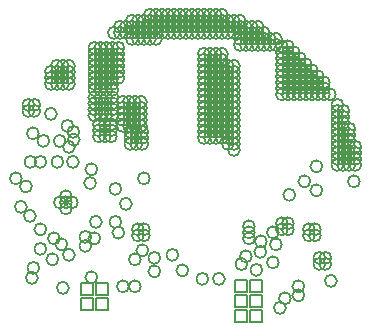
<source format=gbr>
G04 Layer_Color=2752767*
%FSLAX25Y25*%
%MOIN*%
%TF.FileFunction,Drawing*%
%TF.Part,Single*%
G01*
G75*
%ADD63C,0.00500*%
%ADD130C,0.00667*%
D63*
X363000Y288000D02*
Y292000D01*
X367000D01*
Y288000D01*
X363000D01*
Y283000D02*
Y287000D01*
X367000D01*
Y283000D01*
X363000D01*
X358000Y288000D02*
Y292000D01*
X362000D01*
Y288000D01*
X358000D01*
Y283000D02*
Y287000D01*
X362000D01*
Y283000D01*
X358000D01*
X414500Y279000D02*
Y283000D01*
X418500D01*
Y279000D01*
X414500D01*
X409500D02*
Y283000D01*
X413500D01*
Y279000D01*
X409500D01*
X414500Y284000D02*
Y288000D01*
X418500D01*
Y284000D01*
X414500D01*
X409500D02*
Y288000D01*
X413500D01*
Y284000D01*
X409500D01*
X414500Y289000D02*
Y293000D01*
X418500D01*
Y289000D01*
X414500D01*
X409500D02*
Y293000D01*
X413500D01*
Y289000D01*
X409500D01*
D130*
X411000Y336500D02*
G03*
X411000Y336500I-2000J0D01*
G01*
Y338500D02*
G03*
X411000Y338500I-2000J0D01*
G01*
X409000D02*
G03*
X409000Y338500I-2000J0D01*
G01*
X347500Y339500D02*
G03*
X347500Y339500I-2000J0D01*
G01*
X344000Y342000D02*
G03*
X344000Y342000I-2000J0D01*
G01*
X342500Y349500D02*
G03*
X342500Y349500I-2000J0D01*
G01*
X435000Y361000D02*
G03*
X435000Y361000I-2000J0D01*
G01*
X433000D02*
G03*
X433000Y361000I-2000J0D01*
G01*
X441000Y359000D02*
G03*
X441000Y359000I-2000J0D01*
G01*
X356000Y337500D02*
G03*
X356000Y337500I-2000J0D01*
G01*
X344500Y349500D02*
G03*
X344500Y349500I-2000J0D01*
G01*
Y351500D02*
G03*
X344500Y351500I-2000J0D01*
G01*
X342500D02*
G03*
X342500Y351500I-2000J0D01*
G01*
X363500Y330000D02*
G03*
X363500Y330000I-2000J0D01*
G01*
X376500Y338500D02*
G03*
X376500Y338500I-2000J0D01*
G01*
Y340500D02*
G03*
X376500Y340500I-2000J0D01*
G01*
Y342500D02*
G03*
X376500Y342500I-2000J0D01*
G01*
X378500Y338500D02*
G03*
X378500Y338500I-2000J0D01*
G01*
X380500D02*
G03*
X380500Y338500I-2000J0D01*
G01*
X378500Y340500D02*
G03*
X378500Y340500I-2000J0D01*
G01*
X380500D02*
G03*
X380500Y340500I-2000J0D01*
G01*
X378500Y342500D02*
G03*
X378500Y342500I-2000J0D01*
G01*
X380500D02*
G03*
X380500Y342500I-2000J0D01*
G01*
X372500Y308929D02*
G03*
X372500Y308929I-2000J0D01*
G01*
X354000Y290500D02*
G03*
X354000Y290500I-2000J0D01*
G01*
X364500Y307000D02*
G03*
X364500Y307000I-2000J0D01*
G01*
X361500Y304500D02*
G03*
X361500Y304500I-2000J0D01*
G01*
X343673Y293827D02*
G03*
X343673Y293827I-2000J0D01*
G01*
X344173Y297173D02*
G03*
X344173Y297173I-2000J0D01*
G01*
X371500Y312500D02*
G03*
X371500Y312500I-2000J0D01*
G01*
X350500Y300000D02*
G03*
X350500Y300000I-2000J0D01*
G01*
X346500Y303500D02*
G03*
X346500Y303500I-2000J0D01*
G01*
X353500Y305000D02*
G03*
X353500Y305000I-2000J0D01*
G01*
X365000Y312500D02*
G03*
X365000Y312500I-2000J0D01*
G01*
X429000Y310000D02*
G03*
X429000Y310000I-2000J0D01*
G01*
X425000Y305000D02*
G03*
X425000Y305000I-2000J0D01*
G01*
X424000Y299000D02*
G03*
X424000Y299000I-2000J0D01*
G01*
X419827Y302500D02*
G03*
X419827Y302500I-2000J0D01*
G01*
X438000Y310000D02*
G03*
X438000Y310000I-2000J0D01*
G01*
Y308000D02*
G03*
X438000Y308000I-2000J0D01*
G01*
X401000Y368500D02*
G03*
X401000Y368500I-2000J0D01*
G01*
X403000D02*
G03*
X403000Y368500I-2000J0D01*
G01*
Y366500D02*
G03*
X403000Y366500I-2000J0D01*
G01*
X401000D02*
G03*
X401000Y366500I-2000J0D01*
G01*
Y364500D02*
G03*
X401000Y364500I-2000J0D01*
G01*
X403000D02*
G03*
X403000Y364500I-2000J0D01*
G01*
Y362500D02*
G03*
X403000Y362500I-2000J0D01*
G01*
X401000D02*
G03*
X401000Y362500I-2000J0D01*
G01*
Y360500D02*
G03*
X401000Y360500I-2000J0D01*
G01*
X403000D02*
G03*
X403000Y360500I-2000J0D01*
G01*
X405000D02*
G03*
X405000Y360500I-2000J0D01*
G01*
Y362500D02*
G03*
X405000Y362500I-2000J0D01*
G01*
Y364500D02*
G03*
X405000Y364500I-2000J0D01*
G01*
Y366500D02*
G03*
X405000Y366500I-2000J0D01*
G01*
Y368500D02*
G03*
X405000Y368500I-2000J0D01*
G01*
X407000D02*
G03*
X407000Y368500I-2000J0D01*
G01*
Y366500D02*
G03*
X407000Y366500I-2000J0D01*
G01*
Y364500D02*
G03*
X407000Y364500I-2000J0D01*
G01*
Y362500D02*
G03*
X407000Y362500I-2000J0D01*
G01*
Y360500D02*
G03*
X407000Y360500I-2000J0D01*
G01*
X409000D02*
G03*
X409000Y360500I-2000J0D01*
G01*
Y362500D02*
G03*
X409000Y362500I-2000J0D01*
G01*
Y364500D02*
G03*
X409000Y364500I-2000J0D01*
G01*
X411000D02*
G03*
X411000Y364500I-2000J0D01*
G01*
Y362500D02*
G03*
X411000Y362500I-2000J0D01*
G01*
Y360500D02*
G03*
X411000Y360500I-2000J0D01*
G01*
Y358500D02*
G03*
X411000Y358500I-2000J0D01*
G01*
X409000D02*
G03*
X409000Y358500I-2000J0D01*
G01*
X407000D02*
G03*
X407000Y358500I-2000J0D01*
G01*
X405000D02*
G03*
X405000Y358500I-2000J0D01*
G01*
X403000D02*
G03*
X403000Y358500I-2000J0D01*
G01*
X401000D02*
G03*
X401000Y358500I-2000J0D01*
G01*
X363500Y294000D02*
G03*
X363500Y294000I-2000J0D01*
G01*
X374000Y291000D02*
G03*
X374000Y291000I-2000J0D01*
G01*
X343000Y314500D02*
G03*
X343000Y314500I-2000J0D01*
G01*
X451500Y337500D02*
G03*
X451500Y337500I-2000J0D01*
G01*
X435000Y359000D02*
G03*
X435000Y359000I-2000J0D01*
G01*
X433000D02*
G03*
X433000Y359000I-2000J0D01*
G01*
X427000D02*
G03*
X427000Y359000I-2000J0D01*
G01*
Y361000D02*
G03*
X427000Y361000I-2000J0D01*
G01*
Y367000D02*
G03*
X427000Y367000I-2000J0D01*
G01*
Y369000D02*
G03*
X427000Y369000I-2000J0D01*
G01*
X433000Y367000D02*
G03*
X433000Y367000I-2000J0D01*
G01*
X346500Y310000D02*
G03*
X346500Y310000I-2000J0D01*
G01*
X426327Y283827D02*
G03*
X426327Y283827I-2000J0D01*
G01*
X341673Y324327D02*
G03*
X341673Y324327I-2000J0D01*
G01*
X380000Y352500D02*
G03*
X380000Y352500I-2000J0D01*
G01*
X368500Y356500D02*
G03*
X368500Y356500I-2000J0D01*
G01*
X370500D02*
G03*
X370500Y356500I-2000J0D01*
G01*
X366500D02*
G03*
X366500Y356500I-2000J0D01*
G01*
X364500D02*
G03*
X364500Y356500I-2000J0D01*
G01*
X371000Y375500D02*
G03*
X371000Y375500I-2000J0D01*
G01*
X373000Y377500D02*
G03*
X373000Y377500I-2000J0D01*
G01*
Y375500D02*
G03*
X373000Y375500I-2000J0D01*
G01*
X377000Y373500D02*
G03*
X377000Y373500I-2000J0D01*
G01*
X379000D02*
G03*
X379000Y373500I-2000J0D01*
G01*
X381000D02*
G03*
X381000Y373500I-2000J0D01*
G01*
X383000D02*
G03*
X383000Y373500I-2000J0D01*
G01*
X385000D02*
G03*
X385000Y373500I-2000J0D01*
G01*
X451500Y335500D02*
G03*
X451500Y335500I-2000J0D01*
G01*
Y333500D02*
G03*
X451500Y333500I-2000J0D01*
G01*
Y331500D02*
G03*
X451500Y331500I-2000J0D01*
G01*
X449500Y343500D02*
G03*
X449500Y343500I-2000J0D01*
G01*
Y341500D02*
G03*
X449500Y341500I-2000J0D01*
G01*
Y339500D02*
G03*
X449500Y339500I-2000J0D01*
G01*
Y337500D02*
G03*
X449500Y337500I-2000J0D01*
G01*
Y335500D02*
G03*
X449500Y335500I-2000J0D01*
G01*
Y333500D02*
G03*
X449500Y333500I-2000J0D01*
G01*
Y331500D02*
G03*
X449500Y331500I-2000J0D01*
G01*
X445500Y347500D02*
G03*
X445500Y347500I-2000J0D01*
G01*
Y345500D02*
G03*
X445500Y345500I-2000J0D01*
G01*
Y343500D02*
G03*
X445500Y343500I-2000J0D01*
G01*
Y341500D02*
G03*
X445500Y341500I-2000J0D01*
G01*
Y339500D02*
G03*
X445500Y339500I-2000J0D01*
G01*
Y337500D02*
G03*
X445500Y337500I-2000J0D01*
G01*
Y335500D02*
G03*
X445500Y335500I-2000J0D01*
G01*
Y333500D02*
G03*
X445500Y333500I-2000J0D01*
G01*
Y331500D02*
G03*
X445500Y331500I-2000J0D01*
G01*
X447500D02*
G03*
X447500Y331500I-2000J0D01*
G01*
Y333500D02*
G03*
X447500Y333500I-2000J0D01*
G01*
Y335500D02*
G03*
X447500Y335500I-2000J0D01*
G01*
Y337500D02*
G03*
X447500Y337500I-2000J0D01*
G01*
Y339500D02*
G03*
X447500Y339500I-2000J0D01*
G01*
Y341500D02*
G03*
X447500Y341500I-2000J0D01*
G01*
Y343500D02*
G03*
X447500Y343500I-2000J0D01*
G01*
Y345500D02*
G03*
X447500Y345500I-2000J0D01*
G01*
Y347500D02*
G03*
X447500Y347500I-2000J0D01*
G01*
Y349500D02*
G03*
X447500Y349500I-2000J0D01*
G01*
X445500D02*
G03*
X445500Y349500I-2000J0D01*
G01*
Y351500D02*
G03*
X445500Y351500I-2000J0D01*
G01*
X378000Y352500D02*
G03*
X378000Y352500I-2000J0D01*
G01*
X376000D02*
G03*
X376000Y352500I-2000J0D01*
G01*
X374000D02*
G03*
X374000Y352500I-2000J0D01*
G01*
Y350500D02*
G03*
X374000Y350500I-2000J0D01*
G01*
X376000D02*
G03*
X376000Y350500I-2000J0D01*
G01*
X378000D02*
G03*
X378000Y350500I-2000J0D01*
G01*
X380000D02*
G03*
X380000Y350500I-2000J0D01*
G01*
Y348500D02*
G03*
X380000Y348500I-2000J0D01*
G01*
X378000D02*
G03*
X378000Y348500I-2000J0D01*
G01*
X376000D02*
G03*
X376000Y348500I-2000J0D01*
G01*
X374000D02*
G03*
X374000Y348500I-2000J0D01*
G01*
Y346500D02*
G03*
X374000Y346500I-2000J0D01*
G01*
X376000D02*
G03*
X376000Y346500I-2000J0D01*
G01*
X378000D02*
G03*
X378000Y346500I-2000J0D01*
G01*
X380000D02*
G03*
X380000Y346500I-2000J0D01*
G01*
Y344500D02*
G03*
X380000Y344500I-2000J0D01*
G01*
X378000D02*
G03*
X378000Y344500I-2000J0D01*
G01*
X376000D02*
G03*
X376000Y344500I-2000J0D01*
G01*
X374000D02*
G03*
X374000Y344500I-2000J0D01*
G01*
X364500Y370500D02*
G03*
X364500Y370500I-2000J0D01*
G01*
X366500D02*
G03*
X366500Y370500I-2000J0D01*
G01*
X368500D02*
G03*
X368500Y370500I-2000J0D01*
G01*
X370500D02*
G03*
X370500Y370500I-2000J0D01*
G01*
X372500D02*
G03*
X372500Y370500I-2000J0D01*
G01*
Y368500D02*
G03*
X372500Y368500I-2000J0D01*
G01*
X370500D02*
G03*
X370500Y368500I-2000J0D01*
G01*
X368500D02*
G03*
X368500Y368500I-2000J0D01*
G01*
X366500D02*
G03*
X366500Y368500I-2000J0D01*
G01*
X364500D02*
G03*
X364500Y368500I-2000J0D01*
G01*
Y366500D02*
G03*
X364500Y366500I-2000J0D01*
G01*
X366500D02*
G03*
X366500Y366500I-2000J0D01*
G01*
X368500D02*
G03*
X368500Y366500I-2000J0D01*
G01*
X370500D02*
G03*
X370500Y366500I-2000J0D01*
G01*
X372500D02*
G03*
X372500Y366500I-2000J0D01*
G01*
Y364500D02*
G03*
X372500Y364500I-2000J0D01*
G01*
X370500D02*
G03*
X370500Y364500I-2000J0D01*
G01*
X368500D02*
G03*
X368500Y364500I-2000J0D01*
G01*
X366500D02*
G03*
X366500Y364500I-2000J0D01*
G01*
X364500D02*
G03*
X364500Y364500I-2000J0D01*
G01*
Y362500D02*
G03*
X364500Y362500I-2000J0D01*
G01*
X366500D02*
G03*
X366500Y362500I-2000J0D01*
G01*
X368500D02*
G03*
X368500Y362500I-2000J0D01*
G01*
X370500D02*
G03*
X370500Y362500I-2000J0D01*
G01*
X372500D02*
G03*
X372500Y362500I-2000J0D01*
G01*
Y360500D02*
G03*
X372500Y360500I-2000J0D01*
G01*
X370500D02*
G03*
X370500Y360500I-2000J0D01*
G01*
X368500D02*
G03*
X368500Y360500I-2000J0D01*
G01*
X366500D02*
G03*
X366500Y360500I-2000J0D01*
G01*
X364500D02*
G03*
X364500Y360500I-2000J0D01*
G01*
Y358500D02*
G03*
X364500Y358500I-2000J0D01*
G01*
X366500D02*
G03*
X366500Y358500I-2000J0D01*
G01*
X368500D02*
G03*
X368500Y358500I-2000J0D01*
G01*
X370500D02*
G03*
X370500Y358500I-2000J0D01*
G01*
Y348000D02*
G03*
X370500Y348000I-2000J0D01*
G01*
X368500D02*
G03*
X368500Y348000I-2000J0D01*
G01*
X366500D02*
G03*
X366500Y348000I-2000J0D01*
G01*
X364500D02*
G03*
X364500Y348000I-2000J0D01*
G01*
Y354000D02*
G03*
X364500Y354000I-2000J0D01*
G01*
X366500D02*
G03*
X366500Y354000I-2000J0D01*
G01*
X368500D02*
G03*
X368500Y354000I-2000J0D01*
G01*
X370500D02*
G03*
X370500Y354000I-2000J0D01*
G01*
Y352000D02*
G03*
X370500Y352000I-2000J0D01*
G01*
X368500D02*
G03*
X368500Y352000I-2000J0D01*
G01*
X366500D02*
G03*
X366500Y352000I-2000J0D01*
G01*
X364500D02*
G03*
X364500Y352000I-2000J0D01*
G01*
Y350000D02*
G03*
X364500Y350000I-2000J0D01*
G01*
X366500D02*
G03*
X366500Y350000I-2000J0D01*
G01*
X368500D02*
G03*
X368500Y350000I-2000J0D01*
G01*
X370500D02*
G03*
X370500Y350000I-2000J0D01*
G01*
X387000Y381500D02*
G03*
X387000Y381500I-2000J0D01*
G01*
X385000D02*
G03*
X385000Y381500I-2000J0D01*
G01*
X387000Y379500D02*
G03*
X387000Y379500I-2000J0D01*
G01*
X385000D02*
G03*
X385000Y379500I-2000J0D01*
G01*
X389000D02*
G03*
X389000Y379500I-2000J0D01*
G01*
Y381500D02*
G03*
X389000Y381500I-2000J0D01*
G01*
X391000D02*
G03*
X391000Y381500I-2000J0D01*
G01*
Y379500D02*
G03*
X391000Y379500I-2000J0D01*
G01*
X393000D02*
G03*
X393000Y379500I-2000J0D01*
G01*
Y381500D02*
G03*
X393000Y381500I-2000J0D01*
G01*
X395000D02*
G03*
X395000Y381500I-2000J0D01*
G01*
Y379500D02*
G03*
X395000Y379500I-2000J0D01*
G01*
X383000Y381500D02*
G03*
X383000Y381500I-2000J0D01*
G01*
Y379500D02*
G03*
X383000Y379500I-2000J0D01*
G01*
X381000D02*
G03*
X381000Y379500I-2000J0D01*
G01*
Y377500D02*
G03*
X381000Y377500I-2000J0D01*
G01*
X385000D02*
G03*
X385000Y377500I-2000J0D01*
G01*
X383000D02*
G03*
X383000Y377500I-2000J0D01*
G01*
X387000D02*
G03*
X387000Y377500I-2000J0D01*
G01*
X389000D02*
G03*
X389000Y377500I-2000J0D01*
G01*
X391000D02*
G03*
X391000Y377500I-2000J0D01*
G01*
X393000D02*
G03*
X393000Y377500I-2000J0D01*
G01*
X395000D02*
G03*
X395000Y377500I-2000J0D01*
G01*
X397000Y381500D02*
G03*
X397000Y381500I-2000J0D01*
G01*
Y379500D02*
G03*
X397000Y379500I-2000J0D01*
G01*
Y377500D02*
G03*
X397000Y377500I-2000J0D01*
G01*
Y375500D02*
G03*
X397000Y375500I-2000J0D01*
G01*
X395000D02*
G03*
X395000Y375500I-2000J0D01*
G01*
X393000D02*
G03*
X393000Y375500I-2000J0D01*
G01*
X391000D02*
G03*
X391000Y375500I-2000J0D01*
G01*
X389000D02*
G03*
X389000Y375500I-2000J0D01*
G01*
X385000D02*
G03*
X385000Y375500I-2000J0D01*
G01*
X383000D02*
G03*
X383000Y375500I-2000J0D01*
G01*
X381000D02*
G03*
X381000Y375500I-2000J0D01*
G01*
X379000Y379500D02*
G03*
X379000Y379500I-2000J0D01*
G01*
Y377500D02*
G03*
X379000Y377500I-2000J0D01*
G01*
Y375500D02*
G03*
X379000Y375500I-2000J0D01*
G01*
X377000D02*
G03*
X377000Y375500I-2000J0D01*
G01*
Y377500D02*
G03*
X377000Y377500I-2000J0D01*
G01*
Y379500D02*
G03*
X377000Y379500I-2000J0D01*
G01*
X399000Y381500D02*
G03*
X399000Y381500I-2000J0D01*
G01*
Y379500D02*
G03*
X399000Y379500I-2000J0D01*
G01*
Y377500D02*
G03*
X399000Y377500I-2000J0D01*
G01*
Y375500D02*
G03*
X399000Y375500I-2000J0D01*
G01*
X401000D02*
G03*
X401000Y375500I-2000J0D01*
G01*
Y377500D02*
G03*
X401000Y377500I-2000J0D01*
G01*
Y379500D02*
G03*
X401000Y379500I-2000J0D01*
G01*
Y381500D02*
G03*
X401000Y381500I-2000J0D01*
G01*
X403000Y379500D02*
G03*
X403000Y379500I-2000J0D01*
G01*
Y377500D02*
G03*
X403000Y377500I-2000J0D01*
G01*
Y375500D02*
G03*
X403000Y375500I-2000J0D01*
G01*
X405000D02*
G03*
X405000Y375500I-2000J0D01*
G01*
Y377500D02*
G03*
X405000Y377500I-2000J0D01*
G01*
Y379500D02*
G03*
X405000Y379500I-2000J0D01*
G01*
X407000D02*
G03*
X407000Y379500I-2000J0D01*
G01*
Y377500D02*
G03*
X407000Y377500I-2000J0D01*
G01*
Y375500D02*
G03*
X407000Y375500I-2000J0D01*
G01*
X370000Y345000D02*
G03*
X370000Y345000I-2000J0D01*
G01*
X368000D02*
G03*
X368000Y345000I-2000J0D01*
G01*
X366000D02*
G03*
X366000Y345000I-2000J0D01*
G01*
Y343000D02*
G03*
X366000Y343000I-2000J0D01*
G01*
X368000D02*
G03*
X368000Y343000I-2000J0D01*
G01*
X370000D02*
G03*
X370000Y343000I-2000J0D01*
G01*
Y341000D02*
G03*
X370000Y341000I-2000J0D01*
G01*
X368000D02*
G03*
X368000Y341000I-2000J0D01*
G01*
X366000D02*
G03*
X366000Y341000I-2000J0D01*
G01*
X429000Y361000D02*
G03*
X429000Y361000I-2000J0D01*
G01*
X431000D02*
G03*
X431000Y361000I-2000J0D01*
G01*
X437000D02*
G03*
X437000Y361000I-2000J0D01*
G01*
X429000Y363000D02*
G03*
X429000Y363000I-2000J0D01*
G01*
X431000D02*
G03*
X431000Y363000I-2000J0D01*
G01*
X433000D02*
G03*
X433000Y363000I-2000J0D01*
G01*
X435000D02*
G03*
X435000Y363000I-2000J0D01*
G01*
X429000Y365000D02*
G03*
X429000Y365000I-2000J0D01*
G01*
X431000D02*
G03*
X431000Y365000I-2000J0D01*
G01*
X433000D02*
G03*
X433000Y365000I-2000J0D01*
G01*
X431000Y367000D02*
G03*
X431000Y367000I-2000J0D01*
G01*
X429000D02*
G03*
X429000Y367000I-2000J0D01*
G01*
Y369000D02*
G03*
X429000Y369000I-2000J0D01*
G01*
X431000D02*
G03*
X431000Y369000I-2000J0D01*
G01*
X437000Y359000D02*
G03*
X437000Y359000I-2000J0D01*
G01*
X431000D02*
G03*
X431000Y359000I-2000J0D01*
G01*
X429000D02*
G03*
X429000Y359000I-2000J0D01*
G01*
Y357000D02*
G03*
X429000Y357000I-2000J0D01*
G01*
X431000D02*
G03*
X431000Y357000I-2000J0D01*
G01*
X433000D02*
G03*
X433000Y357000I-2000J0D01*
G01*
X435000D02*
G03*
X435000Y357000I-2000J0D01*
G01*
X437000D02*
G03*
X437000Y357000I-2000J0D01*
G01*
Y355000D02*
G03*
X437000Y355000I-2000J0D01*
G01*
X435000D02*
G03*
X435000Y355000I-2000J0D01*
G01*
X433000D02*
G03*
X433000Y355000I-2000J0D01*
G01*
X431000D02*
G03*
X431000Y355000I-2000J0D01*
G01*
X429000D02*
G03*
X429000Y355000I-2000J0D01*
G01*
X439000D02*
G03*
X439000Y355000I-2000J0D01*
G01*
Y357000D02*
G03*
X439000Y357000I-2000J0D01*
G01*
Y359000D02*
G03*
X439000Y359000I-2000J0D01*
G01*
Y361000D02*
G03*
X439000Y361000I-2000J0D01*
G01*
X437000Y363000D02*
G03*
X437000Y363000I-2000J0D01*
G01*
X435000Y365000D02*
G03*
X435000Y365000I-2000J0D01*
G01*
X441000Y355000D02*
G03*
X441000Y355000I-2000J0D01*
G01*
Y357000D02*
G03*
X441000Y357000I-2000J0D01*
G01*
X354000Y364500D02*
G03*
X354000Y364500I-2000J0D01*
G01*
X352000D02*
G03*
X352000Y364500I-2000J0D01*
G01*
Y362500D02*
G03*
X352000Y362500I-2000J0D01*
G01*
X354000D02*
G03*
X354000Y362500I-2000J0D01*
G01*
Y360500D02*
G03*
X354000Y360500I-2000J0D01*
G01*
X352000D02*
G03*
X352000Y360500I-2000J0D01*
G01*
X350000D02*
G03*
X350000Y360500I-2000J0D01*
G01*
Y362500D02*
G03*
X350000Y362500I-2000J0D01*
G01*
Y358500D02*
G03*
X350000Y358500I-2000J0D01*
G01*
X352000D02*
G03*
X352000Y358500I-2000J0D01*
G01*
X354000D02*
G03*
X354000Y358500I-2000J0D01*
G01*
X411000Y340500D02*
G03*
X411000Y340500I-2000J0D01*
G01*
X409000D02*
G03*
X409000Y340500I-2000J0D01*
G01*
X407000D02*
G03*
X407000Y340500I-2000J0D01*
G01*
X411000Y342500D02*
G03*
X411000Y342500I-2000J0D01*
G01*
X409000D02*
G03*
X409000Y342500I-2000J0D01*
G01*
X407000D02*
G03*
X407000Y342500I-2000J0D01*
G01*
Y344500D02*
G03*
X407000Y344500I-2000J0D01*
G01*
X409000D02*
G03*
X409000Y344500I-2000J0D01*
G01*
X411000D02*
G03*
X411000Y344500I-2000J0D01*
G01*
Y346500D02*
G03*
X411000Y346500I-2000J0D01*
G01*
X409000D02*
G03*
X409000Y346500I-2000J0D01*
G01*
X407000D02*
G03*
X407000Y346500I-2000J0D01*
G01*
X405000D02*
G03*
X405000Y346500I-2000J0D01*
G01*
Y344500D02*
G03*
X405000Y344500I-2000J0D01*
G01*
Y340500D02*
G03*
X405000Y340500I-2000J0D01*
G01*
Y342500D02*
G03*
X405000Y342500I-2000J0D01*
G01*
X411000Y348500D02*
G03*
X411000Y348500I-2000J0D01*
G01*
X409000D02*
G03*
X409000Y348500I-2000J0D01*
G01*
X407000D02*
G03*
X407000Y348500I-2000J0D01*
G01*
X405000D02*
G03*
X405000Y348500I-2000J0D01*
G01*
Y350500D02*
G03*
X405000Y350500I-2000J0D01*
G01*
X407000D02*
G03*
X407000Y350500I-2000J0D01*
G01*
X409000D02*
G03*
X409000Y350500I-2000J0D01*
G01*
X411000D02*
G03*
X411000Y350500I-2000J0D01*
G01*
X409000Y352500D02*
G03*
X409000Y352500I-2000J0D01*
G01*
X407000D02*
G03*
X407000Y352500I-2000J0D01*
G01*
X405000D02*
G03*
X405000Y352500I-2000J0D01*
G01*
Y354500D02*
G03*
X405000Y354500I-2000J0D01*
G01*
X407000D02*
G03*
X407000Y354500I-2000J0D01*
G01*
X409000D02*
G03*
X409000Y354500I-2000J0D01*
G01*
X411000D02*
G03*
X411000Y354500I-2000J0D01*
G01*
Y356500D02*
G03*
X411000Y356500I-2000J0D01*
G01*
X409000D02*
G03*
X409000Y356500I-2000J0D01*
G01*
X407000D02*
G03*
X407000Y356500I-2000J0D01*
G01*
X405000D02*
G03*
X405000Y356500I-2000J0D01*
G01*
X411000Y352500D02*
G03*
X411000Y352500I-2000J0D01*
G01*
X403000Y356500D02*
G03*
X403000Y356500I-2000J0D01*
G01*
Y354500D02*
G03*
X403000Y354500I-2000J0D01*
G01*
Y352500D02*
G03*
X403000Y352500I-2000J0D01*
G01*
Y350500D02*
G03*
X403000Y350500I-2000J0D01*
G01*
Y348500D02*
G03*
X403000Y348500I-2000J0D01*
G01*
Y346500D02*
G03*
X403000Y346500I-2000J0D01*
G01*
Y344500D02*
G03*
X403000Y344500I-2000J0D01*
G01*
Y342500D02*
G03*
X403000Y342500I-2000J0D01*
G01*
Y340500D02*
G03*
X403000Y340500I-2000J0D01*
G01*
X401000Y356500D02*
G03*
X401000Y356500I-2000J0D01*
G01*
Y354500D02*
G03*
X401000Y354500I-2000J0D01*
G01*
Y352500D02*
G03*
X401000Y352500I-2000J0D01*
G01*
Y350500D02*
G03*
X401000Y350500I-2000J0D01*
G01*
Y348500D02*
G03*
X401000Y348500I-2000J0D01*
G01*
Y346500D02*
G03*
X401000Y346500I-2000J0D01*
G01*
Y344500D02*
G03*
X401000Y344500I-2000J0D01*
G01*
Y342500D02*
G03*
X401000Y342500I-2000J0D01*
G01*
Y340500D02*
G03*
X401000Y340500I-2000J0D01*
G01*
X381000Y327000D02*
G03*
X381000Y327000I-2000J0D01*
G01*
X438500Y331000D02*
G03*
X438500Y331000I-2000J0D01*
G01*
X424000Y309000D02*
G03*
X424000Y309000I-2000J0D01*
G01*
X416000Y307000D02*
G03*
X416000Y307000I-2000J0D01*
G01*
Y309000D02*
G03*
X416000Y309000I-2000J0D01*
G01*
Y311000D02*
G03*
X416000Y311000I-2000J0D01*
G01*
X420000Y306000D02*
G03*
X420000Y306000I-2000J0D01*
G01*
X429468Y321532D02*
G03*
X429468Y321532I-2000J0D01*
G01*
X429000Y312000D02*
G03*
X429000Y312000I-2000J0D01*
G01*
X427000D02*
G03*
X427000Y312000I-2000J0D01*
G01*
Y310000D02*
G03*
X427000Y310000I-2000J0D01*
G01*
X443000Y355000D02*
G03*
X443000Y355000I-2000J0D01*
G01*
X427000Y365000D02*
G03*
X427000Y365000I-2000J0D01*
G01*
Y363000D02*
G03*
X427000Y363000I-2000J0D01*
G01*
Y357000D02*
G03*
X427000Y357000I-2000J0D01*
G01*
Y355000D02*
G03*
X427000Y355000I-2000J0D01*
G01*
X451000Y326000D02*
G03*
X451000Y326000I-2000J0D01*
G01*
X436000Y310000D02*
G03*
X436000Y310000I-2000J0D01*
G01*
Y308000D02*
G03*
X436000Y308000I-2000J0D01*
G01*
X441500Y300500D02*
G03*
X441500Y300500I-2000J0D01*
G01*
Y298500D02*
G03*
X441500Y298500I-2000J0D01*
G01*
X439500Y300500D02*
G03*
X439500Y300500I-2000J0D01*
G01*
Y298500D02*
G03*
X439500Y298500I-2000J0D01*
G01*
X403000Y381500D02*
G03*
X403000Y381500I-2000J0D01*
G01*
X405000D02*
G03*
X405000Y381500I-2000J0D01*
G01*
X375000Y377500D02*
G03*
X375000Y377500I-2000J0D01*
G01*
Y375500D02*
G03*
X375000Y375500I-2000J0D01*
G01*
X409000Y379500D02*
G03*
X409000Y379500I-2000J0D01*
G01*
Y377500D02*
G03*
X409000Y377500I-2000J0D01*
G01*
Y375500D02*
G03*
X409000Y375500I-2000J0D01*
G01*
X411000D02*
G03*
X411000Y375500I-2000J0D01*
G01*
Y377500D02*
G03*
X411000Y377500I-2000J0D01*
G01*
Y379500D02*
G03*
X411000Y379500I-2000J0D01*
G01*
X413000Y375500D02*
G03*
X413000Y375500I-2000J0D01*
G01*
Y377500D02*
G03*
X413000Y377500I-2000J0D01*
G01*
X387000Y375500D02*
G03*
X387000Y375500I-2000J0D01*
G01*
X438500Y323000D02*
G03*
X438500Y323000I-2000J0D01*
G01*
X415000Y375500D02*
G03*
X415000Y375500I-2000J0D01*
G01*
Y373500D02*
G03*
X415000Y373500I-2000J0D01*
G01*
X417000D02*
G03*
X417000Y373500I-2000J0D01*
G01*
Y375500D02*
G03*
X417000Y375500I-2000J0D01*
G01*
X419000D02*
G03*
X419000Y375500I-2000J0D01*
G01*
Y373500D02*
G03*
X419000Y373500I-2000J0D01*
G01*
X421000D02*
G03*
X421000Y373500I-2000J0D01*
G01*
Y375500D02*
G03*
X421000Y375500I-2000J0D01*
G01*
X423000Y373500D02*
G03*
X423000Y373500I-2000J0D01*
G01*
X413000D02*
G03*
X413000Y373500I-2000J0D01*
G01*
X443327Y292827D02*
G03*
X443327Y292827I-2000J0D01*
G01*
X432500Y291000D02*
G03*
X432500Y291000I-2000J0D01*
G01*
X413000Y379500D02*
G03*
X413000Y379500I-2000J0D01*
G01*
X415000Y377500D02*
G03*
X415000Y377500I-2000J0D01*
G01*
X417000D02*
G03*
X417000Y377500I-2000J0D01*
G01*
X419000D02*
G03*
X419000Y377500I-2000J0D01*
G01*
X407000Y381500D02*
G03*
X407000Y381500I-2000J0D01*
G01*
X425000Y373500D02*
G03*
X425000Y373500I-2000J0D01*
G01*
X421000Y371500D02*
G03*
X421000Y371500I-2000J0D01*
G01*
X427000Y371000D02*
G03*
X427000Y371000I-2000J0D01*
G01*
X423000Y371500D02*
G03*
X423000Y371500I-2000J0D01*
G01*
X425000D02*
G03*
X425000Y371500I-2000J0D01*
G01*
X419000D02*
G03*
X419000Y371500I-2000J0D01*
G01*
X417000D02*
G03*
X417000Y371500I-2000J0D01*
G01*
X415000D02*
G03*
X415000Y371500I-2000J0D01*
G01*
X413000D02*
G03*
X413000Y371500I-2000J0D01*
G01*
X429000Y371000D02*
G03*
X429000Y371000I-2000J0D01*
G01*
X375000Y318500D02*
G03*
X375000Y318500I-2000J0D01*
G01*
X381000Y310000D02*
G03*
X381000Y310000I-2000J0D01*
G01*
Y308000D02*
G03*
X381000Y308000I-2000J0D01*
G01*
X379000Y310000D02*
G03*
X379000Y310000I-2000J0D01*
G01*
Y308000D02*
G03*
X379000Y308000I-2000J0D01*
G01*
X343173Y332500D02*
G03*
X343173Y332500I-2000J0D01*
G01*
X346500D02*
G03*
X346500Y332500I-2000J0D01*
G01*
X355000Y319000D02*
G03*
X355000Y319000I-2000J0D01*
G01*
X353000D02*
G03*
X353000Y319000I-2000J0D01*
G01*
X355000Y317000D02*
G03*
X355000Y317000I-2000J0D01*
G01*
X371500Y323500D02*
G03*
X371500Y323500I-2000J0D01*
G01*
X340000Y317500D02*
G03*
X340000Y317500I-2000J0D01*
G01*
X338327Y327000D02*
G03*
X338327Y327000I-2000J0D01*
G01*
X357000Y319000D02*
G03*
X357000Y319000I-2000J0D01*
G01*
X352173Y332500D02*
G03*
X352173Y332500I-2000J0D01*
G01*
X357327Y332500D02*
G03*
X357327Y332500I-2000J0D01*
G01*
X363071Y325429D02*
G03*
X363071Y325429I-2000J0D01*
G01*
X355000Y321000D02*
G03*
X355000Y321000I-2000J0D01*
G01*
X357595Y339905D02*
G03*
X357595Y339905I-2000J0D01*
G01*
X357500Y342500D02*
G03*
X357500Y342500I-2000J0D01*
G01*
X355500Y344500D02*
G03*
X355500Y344500I-2000J0D01*
G01*
X361500Y307500D02*
G03*
X361500Y307500I-2000J0D01*
G01*
X352929Y339441D02*
G03*
X352929Y339441I-2000J0D01*
G01*
X350000Y348500D02*
G03*
X350000Y348500I-2000J0D01*
G01*
X351000Y307000D02*
G03*
X351000Y307000I-2000J0D01*
G01*
X356000Y301500D02*
G03*
X356000Y301500I-2000J0D01*
G01*
X378000Y300000D02*
G03*
X378000Y300000I-2000J0D01*
G01*
X380500Y303000D02*
G03*
X380500Y303000I-2000J0D01*
G01*
X390500Y301500D02*
G03*
X390500Y301500I-2000J0D01*
G01*
X384500Y300500D02*
G03*
X384500Y300500I-2000J0D01*
G01*
X393827Y296327D02*
G03*
X393827Y296327I-2000J0D01*
G01*
X378000Y291000D02*
G03*
X378000Y291000I-2000J0D01*
G01*
X418500Y296500D02*
G03*
X418500Y296500I-2000J0D01*
G01*
X434500Y326000D02*
G03*
X434500Y326000I-2000J0D01*
G01*
X432500Y288000D02*
G03*
X432500Y288000I-2000J0D01*
G01*
X415000Y301000D02*
G03*
X415000Y301000I-2000J0D01*
G01*
X428000Y287000D02*
G03*
X428000Y287000I-2000J0D01*
G01*
X413500Y298440D02*
G03*
X413500Y298440I-2000J0D01*
G01*
X406000Y293500D02*
G03*
X406000Y293500I-2000J0D01*
G01*
X400500D02*
G03*
X400500Y293500I-2000J0D01*
G01*
X384500Y296000D02*
G03*
X384500Y296000I-2000J0D01*
G01*
X356000Y364500D02*
G03*
X356000Y364500I-2000J0D01*
G01*
Y362500D02*
G03*
X356000Y362500I-2000J0D01*
G01*
Y360500D02*
G03*
X356000Y360500I-2000J0D01*
G01*
Y358500D02*
G03*
X356000Y358500I-2000J0D01*
G01*
%TF.MD5,C3F6A9ECBB4E1745BAE5B160B6D97511*%
M02*

</source>
